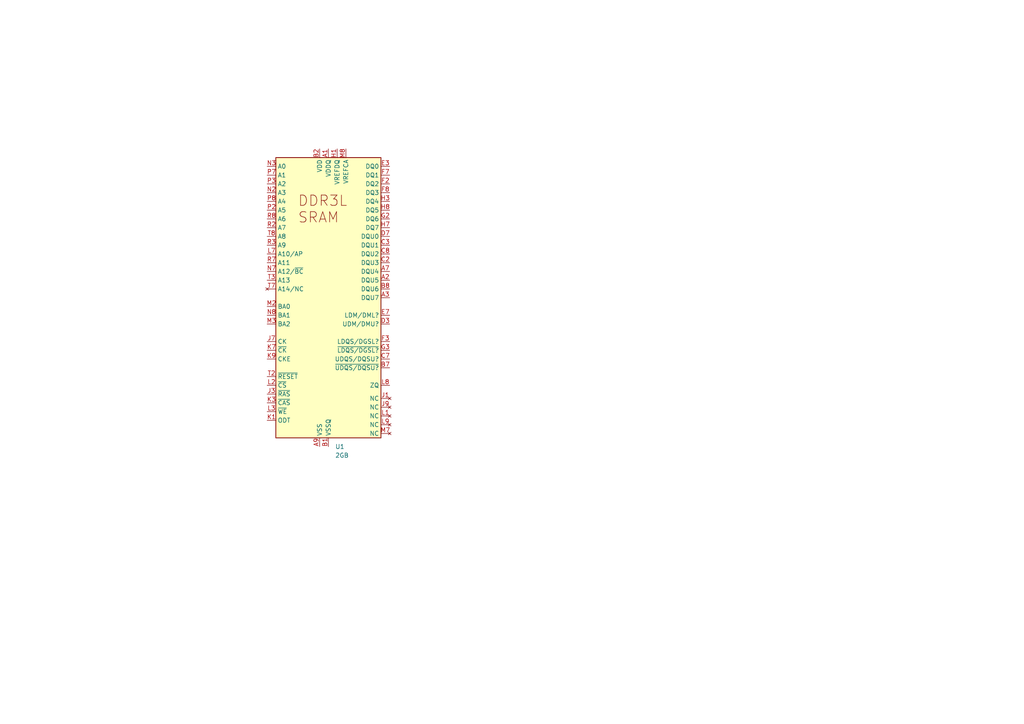
<source format=kicad_sch>
(kicad_sch (version 20230121) (generator eeschema)
  (paper "A4")
  (lib_symbols
    (symbol "My_custom_lib:K4B2G1646F"
      (property "Reference" "U" (at 8.89 48.26 0))
      (property "Value" "2GB" (at -3.81 -5.08 0))
      (symbol "K4B2G1646F_0_1"
        (rectangle (start -16.51 44.45) (end 13.97 -36.83) (stroke (width 0.254)) (fill (type background)))
        (pin power_in line (at -1.27 46.99 270) (length 2.54) (name "VDDQ") (number "A1"))
        (pin passive line (at -1.27 46.99 270) (length 2.54) hide (name "VDDQ") (number "A8"))
        (pin power_in line (at -3.81 -39.37 90) (length 2.54) (name "VSS") (number "A9"))
        (pin power_in line (at -1.27 -39.37 90) (length 2.54) (name "VSSQ") (number "B1"))
        (pin power_in line (at -3.81 46.99 270) (length 2.54) (name "VDD") (number "B2"))
        (pin passive line (at -3.81 -39.37 90) (length 2.54) hide (name "VSS") (number "B3"))
        (pin passive line (at -1.27 -39.37 90) (length 2.54) hide (name "VSSQ") (number "B9"))
        (pin passive line (at -1.27 46.99 270) (length 2.54) hide (name "VDDQ") (number "C1"))
        (pin passive line (at -1.27 46.99 270) (length 2.54) hide (name "VDDQ") (number "C9"))
        (pin passive line (at -1.27 -39.37 90) (length 2.54) hide (name "VSSQ") (number "D1"))
        (pin passive line (at -1.27 46.99 270) (length 2.54) hide (name "VDDQ") (number "D2"))
        (pin passive line (at -1.27 -39.37 90) (length 2.54) hide (name "VSSQ") (number "D8"))
        (pin passive line (at -3.81 46.99 270) (length 2.54) hide (name "VDD") (number "D9"))
        (pin passive line (at -3.81 -39.37 90) (length 2.54) hide (name "VSS") (number "E1"))
        (pin passive line (at -1.27 -39.37 90) (length 2.54) hide (name "VSSQ") (number "E2"))
        (pin bidirectional line (at 16.51 41.91 180) (length 2.54) (name "DQ0") (number "E3"))
        (pin passive line (at -1.27 -39.37 90) (length 2.54) hide (name "VSSQ") (number "E8"))
        (pin passive line (at -1.27 46.99 270) (length 2.54) hide (name "VDDQ") (number "E9"))
        (pin passive line (at -1.27 46.99 270) (length 2.54) hide (name "VDDQ") (number "F1"))
        (pin bidirectional line (at 16.51 36.83 180) (length 2.54) (name "DQ2") (number "F2"))
        (pin bidirectional line (at 16.51 39.37 180) (length 2.54) (name "DQ1") (number "F7"))
        (pin bidirectional line (at 16.51 34.29 180) (length 2.54) (name "DQ3") (number "F8"))
        (pin passive line (at -1.27 -39.37 90) (length 2.54) hide (name "VSSQ") (number "F9"))
        (pin passive line (at -1.27 -39.37 90) (length 2.54) hide (name "VSSQ") (number "G1"))
        (pin bidirectional line (at 16.51 26.67 180) (length 2.54) (name "DQ6") (number "G2"))
        (pin passive line (at -3.81 46.99 270) (length 2.54) hide (name "VDD") (number "G7"))
        (pin passive line (at -3.81 -39.37 90) (length 2.54) hide (name "VSS") (number "G8"))
        (pin passive line (at -1.27 -39.37 90) (length 2.54) hide (name "VSSQ") (number "G9"))
        (pin power_in line (at 1.27 46.99 270) (length 2.54) (name "VREFDQ") (number "H1"))
        (pin passive line (at -1.27 46.99 270) (length 2.54) hide (name "VDDQ") (number "H2"))
        (pin bidirectional line (at 16.51 31.75 180) (length 2.54) (name "DQ4") (number "H3"))
        (pin bidirectional line (at 16.51 24.13 180) (length 2.54) (name "DQ7") (number "H7"))
        (pin bidirectional line (at 16.51 29.21 180) (length 2.54) (name "DQ5") (number "H8"))
        (pin passive line (at -1.27 46.99 270) (length 2.54) hide (name "VDDQ") (number "H9"))
        (pin passive line (at -3.81 -39.37 90) (length 2.54) hide (name "VSS") (number "J2"))
        (pin passive line (at -3.81 -39.37 90) (length 2.54) hide (name "VSS") (number "J8"))
        (pin passive line (at -3.81 46.99 270) (length 2.54) hide (name "VDD") (number "K2"))
        (pin passive line (at -3.81 46.99 270) (length 2.54) hide (name "VDD") (number "K8"))
        (pin input line (at -19.05 -21.59 0) (length 2.54) (name "~{CS}") (number "L2"))
        (pin input line (at -19.05 16.51 0) (length 2.54) (name "A10/AP") (number "L7"))
        (pin passive line (at -3.81 -39.37 90) (length 2.54) hide (name "VSS") (number "M1"))
        (pin passive line (at -3.81 -39.37 90) (length 2.54) hide (name "VSS") (number "M9"))
        (pin passive line (at -3.81 46.99 270) (length 2.54) hide (name "VDD") (number "N1"))
        (pin input line (at -19.05 34.29 0) (length 2.54) (name "A3") (number "N2"))
        (pin input line (at -19.05 41.91 0) (length 2.54) (name "A0") (number "N3"))
        (pin input line (at -19.05 11.43 0) (length 2.54) (name "A12/~{BC}") (number "N7"))
        (pin passive line (at -3.81 46.99 270) (length 2.54) hide (name "VDD") (number "N9"))
        (pin passive line (at -3.81 -39.37 90) (length 2.54) hide (name "VSS") (number "P1"))
        (pin input line (at -19.05 29.21 0) (length 2.54) (name "A5") (number "P2"))
        (pin input line (at -19.05 36.83 0) (length 2.54) (name "A2") (number "P3"))
        (pin input line (at -19.05 39.37 0) (length 2.54) (name "A1") (number "P7"))
        (pin input line (at -19.05 31.75 0) (length 2.54) (name "A4") (number "P8"))
        (pin passive line (at -3.81 -39.37 90) (length 2.54) hide (name "VSS") (number "P9"))
        (pin passive line (at -3.81 46.99 270) (length 2.54) hide (name "VDD") (number "R1"))
        (pin input line (at -19.05 24.13 0) (length 2.54) (name "A7") (number "R2"))
        (pin input line (at -19.05 19.05 0) (length 2.54) (name "A9") (number "R3"))
        (pin input line (at -19.05 13.97 0) (length 2.54) (name "A11") (number "R7"))
        (pin input line (at -19.05 26.67 0) (length 2.54) (name "A6") (number "R8"))
        (pin passive line (at -3.81 46.99 270) (length 2.54) hide (name "VDD") (number "R9"))
        (pin passive line (at -3.81 -39.37 90) (length 2.54) hide (name "VSS") (number "T1"))
        (pin input line (at -19.05 -19.05 0) (length 2.54) (name "~{RESET}") (number "T2"))
        (pin input line (at -19.05 8.89 0) (length 2.54) (name "A13") (number "T3"))
        (pin input line (at -19.05 21.59 0) (length 2.54) (name "A8") (number "T8"))
        (pin passive line (at -3.81 -39.37 90) (length 2.54) hide (name "VSS") (number "T9"))
      )
      (symbol "K4B2G1646F_1_1"
        (text "DDR3L\nSRAM" (at -10.16 25.4 0) (effects (font (size 3 3)) (justify left bottom)))
        (pin bidirectional line (at 16.51 8.89 180) (length 2.54) (name "DQU5") (number "A2"))
        (pin bidirectional line (at 16.51 3.81 180) (length 2.54) (name "DQU7") (number "A3"))
        (pin bidirectional line (at 16.51 11.43 180) (length 2.54) (name "DQU4") (number "A7"))
        (pin bidirectional line (at 16.51 -16.51 180) (length 2.54) (name "~{UDQS/DQSU?}") (number "B7"))
        (pin bidirectional line (at 16.51 6.35 180) (length 2.54) (name "DQU6") (number "B8"))
        (pin bidirectional line (at 16.51 13.97 180) (length 2.54) (name "DQU3") (number "C2"))
        (pin bidirectional line (at 16.51 19.05 180) (length 2.54) (name "DQU1") (number "C3"))
        (pin bidirectional line (at 16.51 -13.97 180) (length 2.54) (name "UDQS/DQSU?") (number "C7"))
        (pin bidirectional line (at 16.51 16.51 180) (length 2.54) (name "DQU2") (number "C8"))
        (pin input line (at 16.51 -3.81 180) (length 2.54) (name "UDM/DMU?") (number "D3"))
        (pin bidirectional line (at 16.51 21.59 180) (length 2.54) (name "DQU0") (number "D7"))
        (pin input line (at 16.51 -1.27 180) (length 2.54) (name "LDM/DML?") (number "E7"))
        (pin bidirectional line (at 16.51 -8.89 180) (length 2.54) (name "LDQS/DGSL?") (number "F3"))
        (pin bidirectional line (at 16.51 -11.43 180) (length 2.54) (name "~{LDQS/DGSL?}") (number "G3"))
        (pin no_connect line (at 16.51 -25.4 180) (length 2.54) (name "NC") (number "J1"))
        (pin input line (at -19.05 -24.13 0) (length 2.54) (name "~{RAS}") (number "J3"))
        (pin input line (at -19.05 -8.89 0) (length 2.54) (name "CK") (number "J7"))
        (pin no_connect line (at 16.51 -27.94 180) (length 2.54) (name "NC") (number "J9"))
        (pin input line (at -19.05 -31.75 0) (length 2.54) (name "ODT") (number "K1"))
        (pin input line (at -19.05 -26.67 0) (length 2.54) (name "~{CAS}") (number "K3"))
        (pin input line (at -19.05 -11.43 0) (length 2.54) (name "~{CK}") (number "K7"))
        (pin input line (at -19.05 -13.97 0) (length 2.54) (name "CKE") (number "K9"))
        (pin no_connect line (at 16.51 -30.48 180) (length 2.54) (name "NC") (number "L1"))
        (pin input line (at -19.05 -29.21 0) (length 2.54) (name "~{WE}") (number "L3"))
        (pin input line (at 16.51 -21.59 180) (length 2.54) (name "ZQ") (number "L8"))
        (pin no_connect line (at 16.51 -33.02 180) (length 2.54) (name "NC") (number "L9"))
        (pin input line (at -19.05 1.27 0) (length 2.54) (name "BA0") (number "M2"))
        (pin input line (at -19.05 -3.81 0) (length 2.54) (name "BA2") (number "M3"))
        (pin no_connect line (at 16.51 -35.56 180) (length 2.54) (name "NC") (number "M7"))
        (pin power_in line (at 3.81 46.99 270) (length 2.54) (name "VREFCA") (number "M8"))
        (pin input line (at -19.05 -1.27 0) (length 2.54) (name "BA1") (number "N8"))
        (pin no_connect line (at -19.05 6.35 0) (length 2.54) (name "A14/NC") (number "T7"))
      )
    )
  )
  (symbol (lib_id "My_custom_lib:K4B2G1646F") (at 96.52 90.17 0) (unit 1)
    (property "Reference" "U1" (at 97.2059 129.54 0) (effects (justify left)))
    (property "Value" "2GB" (at 97.2059 132.08 0) (effects (justify left)))
    (property "Footprint" "Package_BGA:BGA-96_9.0x13.0mm_Layout2x3x16_P0.8mm" (effects hide))
    (property "Datasheet" "https://datasheet.lcsc.com/lcsc/2009081106_Samsung-K4B2G1646F-BYMA_C500274.pdf" (effects hide))
    (property "LCSC" "C500274" (effects hide))
  )
)
</source>
